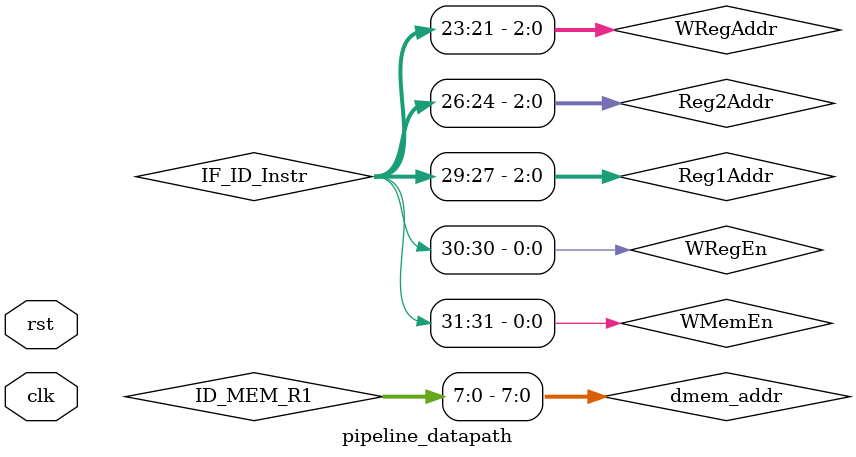
<source format=v>
`timescale 1ns / 1ps

module pipeline_datapath (
    input clk,
    input rst
);

    // =========================================================
    // 1. ???? (Wires & Registers)
    // =========================================================
    
    // --- PC ?? ---
    reg  [8:0]  PC;              // Program Counter
    wire [31:0] Instruction;     // ? I_MEM ?????
    
    // --- Pipeline Register 1 (IF -> ID) ---
    reg  [31:0] IF_ID_Instr;
    
    // --- ???? (???????) ---
    wire        WMemEn   = IF_ID_Instr[31];
    wire        WRegEn   = IF_ID_Instr[30];
    wire [2:0]  Reg1Addr = IF_ID_Instr[29:27];
    wire [2:0]  Reg2Addr = IF_ID_Instr[26:24];
    wire [2:0]  WRegAddr = IF_ID_Instr[23:21];

    // --- RegFile ???? ---
    wire [63:0] R1_Data;
    wire [63:0] R2_Data;

    // --- Pipeline Register 2 (ID -> MEM) ---
    reg  [63:0] ID_MEM_R1;      // ???????
    reg  [63:0] ID_MEM_R2;      // ??????
    reg         ID_MEM_WMemEn;
    reg         ID_MEM_WRegEn;
    reg  [2:0]  ID_MEM_WRegAddr;

    // --- D_MEM ?? ---
    wire [63:0] Mem_Dout;
    wire [7:0] dmem_addr;
    assign dmem_addr = ID_MEM_R1[7:0];

    // --- Pipeline Register 3 (MEM -> WB) ---
    reg  [63:0] MEM_WB_Data;    // ??????????
    reg         MEM_WB_WRegEn;
    reg  [2:0]  MEM_WB_WRegAddr;

    // =========================================================
    // 2. ????? (Instantiation) - ?????
    // =========================================================

    // --- A. I_MEM (?????) ---
    // ???? I_MEM ???? "instruction_memory"
    I_MEM IMEM (
        .clk(clk),
	    .din(32'b0),
        .addr(PC),          // PC ????
	    .we(1'b0),
        .dout(Instruction)  // ????
    );

    // --- B. RegFile (?????) ---
    // ???? RegFile ???? "register_file"
    regfile reg_file (
        .clk(clk),
	    .rst(rst),
        // ??? (Decode Stage)
        .r0addr(Reg1Addr),   
        .r1addr(Reg2Addr),
        .r0data(R1_Data),
        .r1data(R2_Data),
        // ??? (Write Back Stage) - ?? Pipeline ????
        .wena(MEM_WB_WRegEn),
        .waddr(MEM_WB_WRegAddr),
        .wdata(MEM_WB_Data)
    );

    // --- C. D_MEM (?????) ---
    // ???? D_MEM ???? "data_memory"
    D_MEM DMEM (
    	.clka (clk),                    
    	.dina (ID_MEM_R2),              
    	.addra(dmem_addr),             
    	.wea  (ID_MEM_WMemEn),          
   	    .clkb (clk),                    
    	.addrb(dmem_addr),              
    	.doutb(Mem_Dout)                
    );

    // =========================================================
    // 3. ???? (Behavior & Pipeline Registers)
    // =========================================================

    // --- Stage 1: Fetch (PC ??) ---
    always @(posedge clk) begin
        if (rst) 
            PC <= 0;
        else 
            PC <= PC + 1; // ??? PC+1????? Jump/Branch
    end

    // --- Pipeline 1: IF -> ID ---
    always @(posedge clk) begin
        if (rst) 
            IF_ID_Instr <= 0;
        else 
            IF_ID_Instr <= Instruction;
    end

    // --- Pipeline 2: ID -> MEM ---
    always @(posedge clk) begin
        if (rst) begin
            ID_MEM_R1       <= 0;
            ID_MEM_R2       <= 0;
            ID_MEM_WMemEn   <= 0;
            ID_MEM_WRegEn   <= 0;
            ID_MEM_WRegAddr <= 0;
        end else begin
            ID_MEM_R1       <= R1_Data;     // ?? Reg1 ??
            ID_MEM_R2       <= R2_Data;     // ?? Reg2 ??
            ID_MEM_WMemEn   <= WMemEn;      // ??????
            ID_MEM_WRegEn   <= WRegEn;
            ID_MEM_WRegAddr <= WRegAddr;
        end
    end

    // --- Pipeline 3: MEM -> WB ---
    always @(posedge clk) begin
        if (rst) begin
            MEM_WB_Data     <= 0;
            MEM_WB_WRegEn   <= 0;
            MEM_WB_WRegAddr <= 0;
        end else begin
            MEM_WB_Data     <= Mem_Dout;      // ??????????
            MEM_WB_WRegEn   <= ID_MEM_WRegEn; // ????????
            MEM_WB_WRegAddr <= ID_MEM_WRegAddr;
        end
    end

endmodule

</source>
